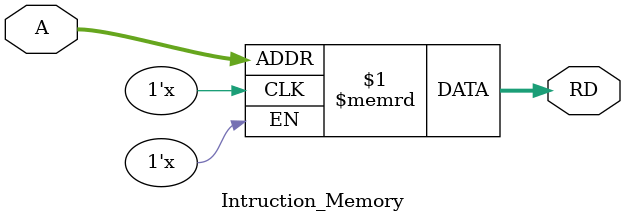
<source format=v>
module Intruction_Memory(
input  wire [9:0] A,

output wire [31:0] RD
);

parameter DEPTH = 1024;
reg [31:0] instr_mem [0: DEPTH -1];

assign RD = instr_mem[A];
endmodule
</source>
